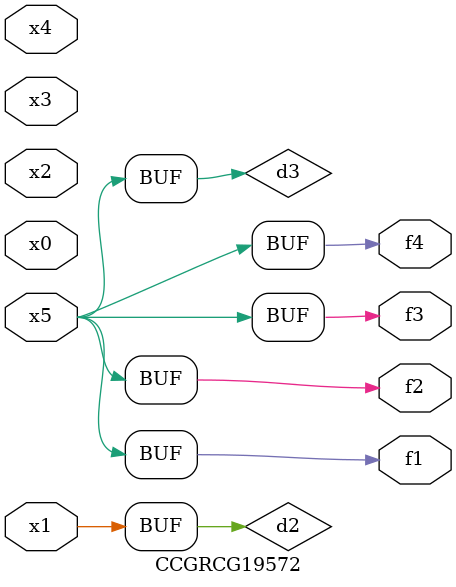
<source format=v>
module CCGRCG19572(
	input x0, x1, x2, x3, x4, x5,
	output f1, f2, f3, f4
);

	wire d1, d2, d3;

	not (d1, x5);
	or (d2, x1);
	xnor (d3, d1);
	assign f1 = d3;
	assign f2 = d3;
	assign f3 = d3;
	assign f4 = d3;
endmodule

</source>
